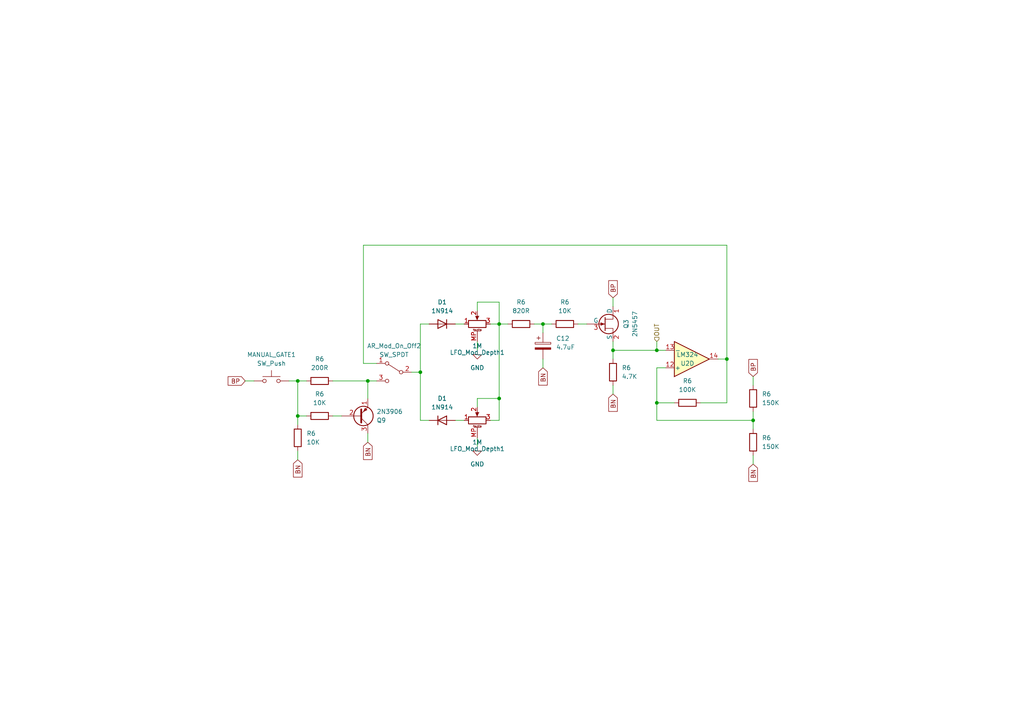
<source format=kicad_sch>
(kicad_sch (version 20230121) (generator eeschema)
  (paper "A4")
  (lib_symbols
    (symbol "Amplifier_Operational:LM324" (pin_names (offset 0.127))
      (property "Reference" "U" (at 0 5.08 0))
      (property "Value" "LM324" (at 0 -5.08 0))
      (symbol "LM324_1_1"
        (polyline (pts (xy -5.08 5.08) (xy 5.08 0) (xy -5.08 -5.08) (xy -5.08 5.08)) (stroke (width 0.254)) (fill (type background)))
        (pin output line (at 7.62 0 180) (length 2.54) (name "~") (number "1"))
        (pin input line (at -7.62 -2.54 0) (length 2.54) (name "-") (number "2"))
        (pin input line (at -7.62 2.54 0) (length 2.54) (name "+") (number "3"))
      )
      (symbol "LM324_2_1"
        (polyline (pts (xy -5.08 5.08) (xy 5.08 0) (xy -5.08 -5.08) (xy -5.08 5.08)) (stroke (width 0.254)) (fill (type background)))
        (pin input line (at -7.62 2.54 0) (length 2.54) (name "+") (number "5"))
        (pin input line (at -7.62 -2.54 0) (length 2.54) (name "-") (number "6"))
        (pin output line (at 7.62 0 180) (length 2.54) (name "~") (number "7"))
      )
      (symbol "LM324_3_1"
        (polyline (pts (xy -5.08 5.08) (xy 5.08 0) (xy -5.08 -5.08) (xy -5.08 5.08)) (stroke (width 0.254)) (fill (type background)))
        (pin input line (at -7.62 2.54 0) (length 2.54) (name "+") (number "10"))
        (pin output line (at 7.62 0 180) (length 2.54) (name "~") (number "8"))
        (pin input line (at -7.62 -2.54 0) (length 2.54) (name "-") (number "9"))
      )
      (symbol "LM324_4_1"
        (polyline (pts (xy -5.08 5.08) (xy 5.08 0) (xy -5.08 -5.08) (xy -5.08 5.08)) (stroke (width 0.254)) (fill (type background)))
        (pin input line (at -7.62 2.54 0) (length 2.54) (name "+") (number "12"))
        (pin input line (at -7.62 -2.54 0) (length 2.54) (name "-") (number "13"))
        (pin output line (at 7.62 0 180) (length 2.54) (name "~") (number "14"))
      )
      (symbol "LM324_5_1"
        (pin power_in line (at -2.54 -7.62 90) (length 3.81) (name "V-") (number "11"))
        (pin power_in line (at -2.54 7.62 270) (length 3.81) (name "V+") (number "4"))
      )
    )
    (symbol "Device:C_Polarized" (pin_numbers hide) (pin_names (offset 0.254))
      (property "Reference" "C" (at 0.635 2.54 0))
      (property "Value" "C_Polarized" (at 0.635 -2.54 0))
      (symbol "C_Polarized_0_1"
        (rectangle (start -2.286 0.508) (end 2.286 1.016))
        (polyline (pts (xy -1.778 2.286) (xy -0.762 2.286)))
        (polyline (pts (xy -1.27 2.794) (xy -1.27 1.778)))
        (rectangle (start 2.286 -0.508) (end -2.286 -1.016) (fill (type outline)))
      )
      (symbol "C_Polarized_1_1"
        (pin passive line (at 0 3.81 270) (length 2.794) (name "~") (number "1"))
        (pin passive line (at 0 -3.81 90) (length 2.794) (name "~") (number "2"))
      )
    )
    (symbol "Device:Q_NJFET_DSG" (pin_names (offset 0))
      (property "Reference" "Q" (at 5.08 1.27 0))
      (property "Value" "Q_NJFET_DSG" (at 5.08 -1.27 0))
      (symbol "Q_NJFET_DSG_0_1"
        (polyline (pts (xy 0.254 1.905) (xy 0.254 -1.905) (xy 0.254 -1.905)) (stroke (width 0.254)))
        (polyline (pts (xy 2.54 -2.54) (xy 2.54 -1.27) (xy 0.254 -1.27)))
        (polyline (pts (xy 2.54 2.54) (xy 2.54 1.397) (xy 0.254 1.397)))
        (polyline (pts (xy 0 0) (xy -1.016 0.381) (xy -1.016 -0.381) (xy 0 0)) (fill (type outline)))
        (circle (center 1.27 0) (radius 2.8194) (stroke (width 0.254)))
      )
      (symbol "Q_NJFET_DSG_1_1"
        (pin passive line (at 2.54 5.08 270) (length 2.54) (name "D") (number "1"))
        (pin passive line (at 2.54 -5.08 90) (length 2.54) (name "S") (number "2"))
        (pin input line (at -5.08 0 0) (length 5.334) (name "G") (number "3"))
      )
    )
    (symbol "Device:R" (pin_numbers hide) (pin_names (offset 0))
      (property "Reference" "R" (at 2.032 0 90))
      (property "Value" "R" (at 0 0 90))
      (symbol "R_0_1"
        (rectangle (start -1.016 -2.54) (end 1.016 2.54) (stroke (width 0.254)))
      )
      (symbol "R_1_1"
        (pin passive line (at 0 3.81 270) (length 1.27) (name "~") (number "1"))
        (pin passive line (at 0 -3.81 90) (length 1.27) (name "~") (number "2"))
      )
    )
    (symbol "Device:R_Potentiometer_MountingPin" (pin_names (offset 1.016) hide)
      (property "Reference" "RV" (at -8.255 0 90))
      (property "Value" "R_Potentiometer_MountingPin" (at -6.35 0 90))
      (symbol "R_Potentiometer_MountingPin_0_1"
        (polyline (pts (xy 2.54 0) (xy 1.524 0)))
        (polyline (pts (xy 1.143 0) (xy 2.286 0.508) (xy 2.286 -0.508)) (fill (type outline)))
        (rectangle (start 1.016 2.54) (end -1.016 -2.54) (stroke (width 0.254)))
      )
      (symbol "R_Potentiometer_MountingPin_1_1"
        (polyline (pts (xy -2.032 1.016) (xy -2.032 -1.016)) (stroke (width 0.1524)))
        (text "Mounting" (at -1.651 0 900) (effects (font (size 0.381 0.381))))
        (pin passive line (at 0 3.81 270) (length 1.27) (name "1") (number "1"))
        (pin passive line (at 3.81 0 180) (length 1.27) (name "2") (number "2"))
        (pin passive line (at 0 -3.81 90) (length 1.27) (name "3") (number "3"))
        (pin passive line (at -5.08 0 0) (length 3.048) (name "MountPin") (number "MP"))
      )
    )
    (symbol "Diode:1N914" (pin_numbers hide) (pin_names hide)
      (property "Reference" "D" (at 0 2.54 0))
      (property "Value" "1N914" (at 0 -2.54 0))
      (symbol "1N914_0_1"
        (polyline (pts (xy -1.27 1.27) (xy -1.27 -1.27)) (stroke (width 0.254)))
        (polyline (pts (xy 1.27 0) (xy -1.27 0)))
        (polyline (pts (xy 1.27 1.27) (xy 1.27 -1.27) (xy -1.27 0) (xy 1.27 1.27)) (stroke (width 0.254)))
      )
      (symbol "1N914_1_1"
        (pin passive line (at -3.81 0 0) (length 2.54) (name "K") (number "1"))
        (pin passive line (at 3.81 0 180) (length 2.54) (name "A") (number "2"))
      )
    )
    (symbol "Switch:SW_Push" (pin_numbers hide) (pin_names (offset 1.016) hide)
      (property "Reference" "SW" (at 1.27 2.54 0))
      (property "Value" "SW_Push" (at 0 -1.524 0))
      (symbol "SW_Push_0_1"
        (circle (center -2.032 0) (radius 0.508))
        (polyline (pts (xy 0 1.27) (xy 0 3.048)))
        (polyline (pts (xy 2.54 1.27) (xy -2.54 1.27)))
        (circle (center 2.032 0) (radius 0.508))
        (pin passive line (at -5.08 0 0) (length 2.54) (name "1") (number "1"))
        (pin passive line (at 5.08 0 180) (length 2.54) (name "2") (number "2"))
      )
    )
    (symbol "Switch:SW_SPDT" (pin_names (offset 0) hide)
      (property "Reference" "SW" (at 0 4.318 0))
      (property "Value" "SW_SPDT" (at 0 -5.08 0))
      (symbol "SW_SPDT_0_0"
        (circle (center -2.032 0) (radius 0.508))
        (circle (center 2.032 -2.54) (radius 0.508))
      )
      (symbol "SW_SPDT_0_1"
        (polyline (pts (xy -1.524 0.254) (xy 1.651 2.286)))
        (circle (center 2.032 2.54) (radius 0.508))
      )
      (symbol "SW_SPDT_1_1"
        (pin passive line (at 5.08 2.54 180) (length 2.54) (name "A") (number "1"))
        (pin passive line (at -5.08 0 0) (length 2.54) (name "B") (number "2"))
        (pin passive line (at 5.08 -2.54 180) (length 2.54) (name "C") (number "3"))
      )
    )
    (symbol "Transistor_BJT:2N3906" (pin_names (offset 0) hide)
      (property "Reference" "Q" (at 5.08 1.905 0))
      (property "Value" "2N3906" (at 5.08 0 0))
      (symbol "2N3906_0_1"
        (polyline (pts (xy 0.635 0.635) (xy 2.54 2.54)))
        (polyline (pts (xy 0.635 -0.635) (xy 2.54 -2.54) (xy 2.54 -2.54)))
        (polyline (pts (xy 0.635 1.905) (xy 0.635 -1.905) (xy 0.635 -1.905)) (stroke (width 0.508)))
        (polyline (pts (xy 2.286 -1.778) (xy 1.778 -2.286) (xy 1.27 -1.27) (xy 2.286 -1.778) (xy 2.286 -1.778)) (fill (type outline)))
        (circle (center 1.27 0) (radius 2.8194) (stroke (width 0.254)))
      )
      (symbol "2N3906_1_1"
        (pin passive line (at 2.54 -5.08 90) (length 2.54) (name "E") (number "1"))
        (pin input line (at -5.08 0 0) (length 5.715) (name "B") (number "2"))
        (pin passive line (at 2.54 5.08 270) (length 2.54) (name "C") (number "3"))
      )
    )
    (symbol "power:GND" (power) (pin_names (offset 0))
      (property "Value" "GND" (at 0 -3.81 0))
      (symbol "GND_0_1"
        (polyline (pts (xy 0 0) (xy 0 -1.27) (xy 1.27 -1.27) (xy 0 -2.54) (xy -1.27 -1.27) (xy 0 -1.27)))
      )
      (symbol "GND_1_1"
        (pin power_in line (at 0 0 270) (length 0) hide (name "GND") (number "1"))
      )
    )
  )
  (junction (at 157.48 93.98))
  (junction (at 190.5 101.6))
  (junction (at 144.78 115.57))
  (junction (at 210.82 104.14))
  (junction (at 86.36 120.65))
  (junction (at 86.36 110.49))
  (junction (at 121.92 107.95))
  (junction (at 177.8 101.6))
  (junction (at 144.78 93.98))
  (junction (at 190.5 116.84))
  (junction (at 218.44 121.92))
  (junction (at 106.68 110.49))
  (wire (pts (xy 177.8 101.6) (xy 190.5 101.6)))
  (wire (pts (xy 138.43 127) (xy 138.43 129.54)))
  (wire (pts (xy 177.8 86.36) (xy 177.8 88.9)))
  (wire (pts (xy 71.12 110.49) (xy 73.66 110.49)))
  (wire (pts (xy 124.46 93.98) (xy 121.92 93.98)))
  (wire (pts (xy 105.41 105.41) (xy 109.22 105.41)))
  (wire (pts (xy 86.36 120.65) (xy 88.9 120.65)))
  (wire (pts (xy 86.36 120.65) (xy 86.36 123.19)))
  (wire (pts (xy 210.82 71.12) (xy 105.41 71.12)))
  (wire (pts (xy 157.48 93.98) (xy 160.02 93.98)))
  (wire (pts (xy 96.52 110.49) (xy 106.68 110.49)))
  (wire (pts (xy 121.92 121.92) (xy 121.92 107.95)))
  (wire (pts (xy 190.5 101.6) (xy 193.04 101.6)))
  (wire (pts (xy 157.48 104.14) (xy 157.48 106.68)))
  (wire (pts (xy 138.43 99.06) (xy 138.43 101.6)))
  (wire (pts (xy 190.5 121.92) (xy 218.44 121.92)))
  (wire (pts (xy 218.44 109.22) (xy 218.44 111.76)))
  (wire (pts (xy 154.94 93.98) (xy 157.48 93.98)))
  (wire (pts (xy 218.44 124.46) (xy 218.44 121.92)))
  (wire (pts (xy 121.92 107.95) (xy 119.38 107.95)))
  (wire (pts (xy 203.2 116.84) (xy 210.82 116.84)))
  (wire (pts (xy 106.68 110.49) (xy 106.68 115.57)))
  (wire (pts (xy 210.82 104.14) (xy 210.82 71.12)))
  (wire (pts (xy 86.36 110.49) (xy 88.9 110.49)))
  (wire (pts (xy 144.78 93.98) (xy 144.78 115.57)))
  (wire (pts (xy 144.78 93.98) (xy 147.32 93.98)))
  (wire (pts (xy 132.08 121.92) (xy 134.62 121.92)))
  (wire (pts (xy 190.5 116.84) (xy 190.5 121.92)))
  (wire (pts (xy 218.44 121.92) (xy 218.44 119.38)))
  (wire (pts (xy 138.43 90.17) (xy 138.43 87.63)))
  (wire (pts (xy 86.36 130.81) (xy 86.36 133.35)))
  (wire (pts (xy 106.68 125.73) (xy 106.68 128.27)))
  (wire (pts (xy 86.36 110.49) (xy 86.36 120.65)))
  (wire (pts (xy 177.8 111.76) (xy 177.8 114.3)))
  (wire (pts (xy 83.82 110.49) (xy 86.36 110.49)))
  (wire (pts (xy 138.43 87.63) (xy 144.78 87.63)))
  (wire (pts (xy 218.44 132.08) (xy 218.44 134.62)))
  (wire (pts (xy 210.82 104.14) (xy 208.28 104.14)))
  (wire (pts (xy 177.8 99.06) (xy 177.8 101.6)))
  (wire (pts (xy 132.08 93.98) (xy 134.62 93.98)))
  (wire (pts (xy 138.43 115.57) (xy 144.78 115.57)))
  (wire (pts (xy 193.04 106.68) (xy 190.5 106.68)))
  (wire (pts (xy 138.43 118.11) (xy 138.43 115.57)))
  (wire (pts (xy 190.5 106.68) (xy 190.5 116.84)))
  (wire (pts (xy 96.52 120.65) (xy 99.06 120.65)))
  (wire (pts (xy 190.5 116.84) (xy 195.58 116.84)))
  (wire (pts (xy 144.78 115.57) (xy 144.78 121.92)))
  (wire (pts (xy 121.92 93.98) (xy 121.92 107.95)))
  (wire (pts (xy 124.46 121.92) (xy 121.92 121.92)))
  (wire (pts (xy 144.78 87.63) (xy 144.78 93.98)))
  (wire (pts (xy 210.82 116.84) (xy 210.82 104.14)))
  (wire (pts (xy 144.78 121.92) (xy 142.24 121.92)))
  (wire (pts (xy 177.8 101.6) (xy 177.8 104.14)))
  (wire (pts (xy 167.64 93.98) (xy 170.18 93.98)))
  (wire (pts (xy 105.41 71.12) (xy 105.41 105.41)))
  (wire (pts (xy 106.68 110.49) (xy 109.22 110.49)))
  (wire (pts (xy 157.48 93.98) (xy 157.48 96.52)))
  (wire (pts (xy 190.5 99.06) (xy 190.5 101.6)))
  (wire (pts (xy 144.78 93.98) (xy 142.24 93.98)))
  (global_label "BN" (shape input) (at 157.48 106.68 270) (property "Intersheetrefs" "${INTERSHEET_REFS}" (effects hide)))
  (global_label "BN" (shape input) (at 106.68 128.27 270) (property "Intersheetrefs" "${INTERSHEET_REFS}" (effects hide)))
  (global_label "BN" (shape input) (at 218.44 134.62 270) (property "Intersheetrefs" "${INTERSHEET_REFS}" (effects hide)))
  (global_label "BP" (shape input) (at 71.12 110.49 180) (property "Intersheetrefs" "${INTERSHEET_REFS}" (effects hide)))
  (global_label "BP" (shape input) (at 177.8 86.36 90) (property "Intersheetrefs" "${INTERSHEET_REFS}" (effects hide)))
  (global_label "BP" (shape input) (at 218.44 109.22 90) (property "Intersheetrefs" "${INTERSHEET_REFS}" (effects hide)))
  (global_label "BN" (shape input) (at 86.36 133.35 270) (property "Intersheetrefs" "${INTERSHEET_REFS}" (effects hide)))
  (global_label "BN" (shape input) (at 177.8 114.3 270) (property "Intersheetrefs" "${INTERSHEET_REFS}" (effects hide)))
  (hierarchical_label "OUT" (shape input) (at 190.5 99.06 90))
  (symbol (lib_id "Device:R") (at 177.8 107.95 180) (unit 1)
    (property "Reference" "R6" (at 180.34 106.68 0) (effects (justify right)))
    (property "Value" "4.7K" (at 180.34 109.22 0) (effects (justify right)))
    (property "Footprint" "Library:R_Axial_DIN0207_L6.3mm_D2.5mm_P7.62mm_Horizontal" (effects hide))
    (instances (project "Noise Toaster" (path "" (reference "R6") (unit 1)) (path "" (reference "R54") (unit 1))))
  )
  (symbol (lib_id "Amplifier_Operational:LM324") (at 200.66 104.14 0) (mirror x) (unit 4)
    (property "Reference" "U2" (at 199.39 105.41 0))
    (property "Value" "LM324" (at 199.39 102.87 0))
    (property "Footprint" "Package_DIP:DIP-14_W7.62mm_Socket_LongPads" (effects hide))
    (property "Datasheet" "http://www.ti.com/lit/ds/symlink/lm2902-n.pdf" (effects hide))
  )
  (symbol (lib_id "Device:R") (at 92.71 110.49 90) (unit 1)
    (property "Reference" "R6" (at 92.71 104.14 90))
    (property "Value" "200R" (at 92.71 106.68 90))
    (property "Footprint" "Library:R_Axial_DIN0207_L6.3mm_D2.5mm_P7.62mm_Horizontal" (effects hide))
    (instances (project "Noise Toaster" (path "" (reference "R6") (unit 1)) (path "" (reference "R50") (unit 1))))
  )
  (symbol (lib_id "power:GND") (at 138.43 129.54 0) (unit 1)
    (property "Reference" "#PWR01" (effects hide))
    (property "Value" "GND" (at 138.43 134.62 0))
    (instances (project "Noise Toaster" (path "" (reference "#PWR01") (unit 1)) (path "" (reference "#PWR016") (unit 1))))
  )
  (symbol (lib_id "Diode:1N914") (at 128.27 93.98 180) (unit 1)
    (property "Reference" "D1" (at 128.27 87.63 0))
    (property "Value" "1N914" (at 128.27 90.17 0))
    (property "Footprint" "Diode_THT:D_DO-35_SOD27_P7.62mm_Horizontal" (effects hide))
    (property "Datasheet" "http://www.vishay.com/docs/85622/1n914.pdf" (effects hide))
    (property "Sim.Device" "D" (effects hide))
    (property "Sim.Pins" "1=K 2=A" (effects hide))
    (instances (project "Noise Toaster" (path "" (reference "D1") (unit 1)) (path "" (reference "D3") (unit 1))))
  )
  (symbol (lib_id "Switch:SW_SPDT") (at 114.3 107.95 0) (mirror y) (unit 1)
    (property "Reference" "AR_Mod_On_Off2" (at 114.3 100.33 0))
    (property "Value" "SW_SPDT" (at 114.3 102.87 0))
    (property "Footprint" "benjiaomodular:ToggleSwitch_MTS-102_SPDT" (effects hide))
    (instances (project "Noise Toaster" (path "" (reference "AR_Mod_On_Off2") (unit 1)) (path "" (reference "LFO_SHAPE2") (unit 1)) (path "" (reference "MANUAL_REPEAT1") (unit 1))))
  )
  (symbol (lib_id "Device:R") (at 199.39 116.84 90) (unit 1)
    (property "Reference" "R6" (at 199.39 110.49 90))
    (property "Value" "100K" (at 199.39 113.03 90))
    (property "Footprint" "Library:R_Axial_DIN0207_L6.3mm_D2.5mm_P7.62mm_Horizontal" (effects hide))
    (instances (project "Noise Toaster" (path "" (reference "R6") (unit 1)) (path "" (reference "R55") (unit 1))))
  )
  (symbol (lib_id "Transistor_BJT:2N3906") (at 104.14 120.65 0) (mirror x) (unit 1)
    (property "Reference" "Q9" (at 109.22 121.92 0) (effects (justify left)))
    (property "Value" "2N3906" (at 109.22 119.38 0) (effects (justify left)))
    (property "Footprint" "Package_TO_SOT_THT:TO-92_HandSolder" (effects hide))
    (property "Datasheet" "https://www.onsemi.com/pub/Collateral/2N3906-D.PDF" (effects hide))
  )
  (symbol (lib_id "Device:Q_NJFET_DSG") (at 175.26 93.98 0) (unit 1)
    (property "Reference" "Q3" (at 181.61 93.98 90))
    (property "Value" "2N5457" (at 184.15 93.98 90))
    (property "Footprint" "Package_TO_SOT_THT:TO-92_HandSolder" (effects hide))
    (instances (project "Alien Screamer" (path "" (reference "Q3") (unit 1))) (project "Noise Toaster" (path "" (reference "Q3") (unit 1)) (path "" (reference "Q7") (unit 1)) (path "" (reference "Q8") (unit 1)) (path "" (reference "Q10") (unit 1))))
  )
  (symbol (lib_id "Device:R") (at 218.44 128.27 180) (unit 1)
    (property "Reference" "R6" (at 220.98 127 0) (effects (justify right)))
    (property "Value" "150K" (at 220.98 129.54 0) (effects (justify right)))
    (property "Footprint" "Library:R_Axial_DIN0207_L6.3mm_D2.5mm_P7.62mm_Horizontal" (effects hide))
    (instances (project "Noise Toaster" (path "" (reference "R6") (unit 1)) (path "" (reference "R57") (unit 1))))
  )
  (symbol (lib_id "Device:R") (at 86.36 127 180) (unit 1)
    (property "Reference" "R6" (at 88.9 125.73 0) (effects (justify right)))
    (property "Value" "10K" (at 88.9 128.27 0) (effects (justify right)))
    (property "Footprint" "Library:R_Axial_DIN0207_L6.3mm_D2.5mm_P7.62mm_Horizontal" (effects hide))
    (instances (project "Noise Toaster" (path "" (reference "R6") (unit 1)) (path "" (reference "R49") (unit 1))))
  )
  (symbol (lib_id "Switch:SW_Push") (at 78.74 110.49 0) (unit 1)
    (property "Reference" "MANUAL_GATE1" (at 78.74 102.87 0))
    (property "Value" "SW_Push" (at 78.74 105.41 0))
    (property "Footprint" "Button_Switch_THT:SW_PUSH_6mm" (effects hide))
  )
  (symbol (lib_id "Device:R") (at 151.13 93.98 90) (unit 1)
    (property "Reference" "R6" (at 151.13 87.63 90))
    (property "Value" "820R" (at 151.13 90.17 90))
    (property "Footprint" "Library:R_Axial_DIN0207_L6.3mm_D2.5mm_P7.62mm_Horizontal" (effects hide))
    (instances (project "Noise Toaster" (path "" (reference "R6") (unit 1)) (path "" (reference "R52") (unit 1))))
  )
  (symbol (lib_id "Device:R") (at 163.83 93.98 90) (unit 1)
    (property "Reference" "R6" (at 163.83 87.63 90))
    (property "Value" "10K" (at 163.83 90.17 90))
    (property "Footprint" "Library:R_Axial_DIN0207_L6.3mm_D2.5mm_P7.62mm_Horizontal" (effects hide))
    (instances (project "Noise Toaster" (path "" (reference "R6") (unit 1)) (path "" (reference "R53") (unit 1))))
  )
  (symbol (lib_id "Device:R_Potentiometer_MountingPin") (at 138.43 93.98 90) (unit 1)
    (property "Reference" "LFO_Mod_Depth1" (at 138.43 102.235 90))
    (property "Value" "1M" (at 138.43 100.33 90))
    (property "Footprint" "Library:Potentiometer_Bourns_PTV09A-1_Single_Vertical" (effects hide))
    (instances (project "Noise Toaster" (path "" (reference "LFO_Mod_Depth1") (unit 1)) (path "" (reference "LFO_RATE1") (unit 1)) (path "" (reference "ATTACK_TIME1") (unit 1))))
  )
  (symbol (lib_id "Device:R") (at 218.44 115.57 180) (unit 1)
    (property "Reference" "R6" (at 220.98 114.3 0) (effects (justify right)))
    (property "Value" "150K" (at 220.98 116.84 0) (effects (justify right)))
    (property "Footprint" "Library:R_Axial_DIN0207_L6.3mm_D2.5mm_P7.62mm_Horizontal" (effects hide))
    (instances (project "Noise Toaster" (path "" (reference "R6") (unit 1)) (path "" (reference "R56") (unit 1))))
  )
  (symbol (lib_id "Diode:1N914") (at 128.27 121.92 0) (unit 1)
    (property "Reference" "D1" (at 128.27 115.57 0))
    (property "Value" "1N914" (at 128.27 118.11 0))
    (property "Footprint" "Diode_THT:D_DO-35_SOD27_P7.62mm_Horizontal" (effects hide))
    (property "Datasheet" "http://www.vishay.com/docs/85622/1n914.pdf" (effects hide))
    (property "Sim.Device" "D" (effects hide))
    (property "Sim.Pins" "1=K 2=A" (effects hide))
    (instances (project "Noise Toaster" (path "" (reference "D1") (unit 1)) (path "" (reference "D4") (unit 1))))
  )
  (symbol (lib_id "power:GND") (at 138.43 101.6 0) (unit 1)
    (property "Reference" "#PWR01" (effects hide))
    (property "Value" "GND" (at 138.43 106.68 0))
    (instances (project "Noise Toaster" (path "" (reference "#PWR01") (unit 1)) (path "" (reference "#PWR015") (unit 1))))
  )
  (symbol (lib_id "Device:R") (at 92.71 120.65 90) (unit 1)
    (property "Reference" "R6" (at 92.71 114.3 90))
    (property "Value" "10K" (at 92.71 116.84 90))
    (property "Footprint" "Library:R_Axial_DIN0207_L6.3mm_D2.5mm_P7.62mm_Horizontal" (effects hide))
    (instances (project "Noise Toaster" (path "" (reference "R6") (unit 1)) (path "" (reference "R51") (unit 1))))
  )
  (symbol (lib_id "Device:R_Potentiometer_MountingPin") (at 138.43 121.92 90) (unit 1)
    (property "Reference" "LFO_Mod_Depth1" (at 138.43 130.175 90))
    (property "Value" "1M" (at 138.43 128.27 90))
    (property "Footprint" "Library:Potentiometer_Bourns_PTV09A-1_Single_Vertical" (effects hide))
    (instances (project "Noise Toaster" (path "" (reference "LFO_Mod_Depth1") (unit 1)) (path "" (reference "LFO_RATE1") (unit 1)) (path "" (reference "RELEASE_TIME1") (unit 1))))
  )
  (symbol (lib_id "Device:C_Polarized") (at 157.48 100.33 0) (unit 1)
    (property "Reference" "C12" (at 161.29 98.171 0) (effects (justify left)))
    (property "Value" "4.7uF" (at 161.29 100.711 0) (effects (justify left)))
    (property "Footprint" "Capacitor_THT:CP_Radial_D5.0mm_P2.50mm" (effects hide))
    (instances (project "Noise Toaster" (path "" (reference "C12") (unit 1)) (path "" (reference "C20") (unit 1)) (path "" (reference "C21") (unit 1))))
  )
)
</source>
